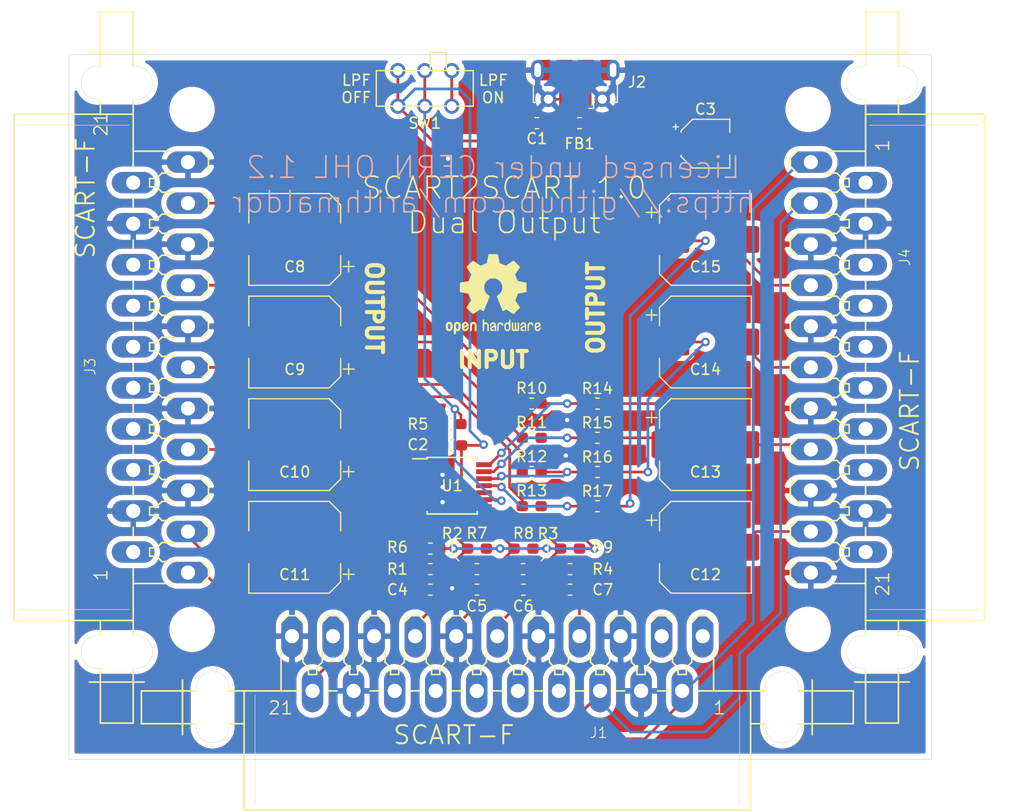
<source format=kicad_pcb>
(kicad_pcb (version 20171130) (host pcbnew "(5.1.0)-1")
  (layers (0 F.Cu signal) (31 B.Cu signal) (34 B.Paste user) (35 F.Paste user) (36 B.SilkS user) (37 F.SilkS user) (38 B.Mask user) (39 F.Mask user) (44 Edge.Cuts user))
  (net 0 "")
  (net 1 "Net-(1-Pad1)")
  (net 2 "Net-(1-Pad2)")
  (net 3 "Net-(1-Pad3)")
  (net 4 "Net-(1-Pad4)")
  (net 5 GND)
  (net 6 "Net-(1-Pad7)")
  (net 7 "Net-(1-Pad8)")
  (net 8 BYPASS)
  (net 9 5V)
  (net 10 "Net-(1-Pad11)")
  (net 11 "Net-(1-Pad12)")
  (net 12 "Net-(1-Pad13)")
  (net 13 "Net-(1-Pad14)")
  (net 14 SYNC_IN)
  (net 15 RED_IN)
  (net 16 GREEN_IN)
  (net 17 BLUE_IN)
  (net 18 "Net-(C8-Pad2)")
  (net 19 "Net-(C8-Pad1)")
  (net 20 "Net-(C9-Pad1)")
  (net 21 "Net-(C9-Pad2)")
  (net 22 "Net-(C10-Pad2)")
  (net 23 "Net-(C10-Pad1)")
  (net 24 "Net-(C11-Pad1)")
  (net 25 "Net-(C11-Pad2)")
  (net 26 "Net-(C12-Pad2)")
  (net 27 "Net-(C12-Pad1)")
  (net 28 "Net-(C13-Pad1)")
  (net 29 "Net-(C13-Pad2)")
  (net 30 "Net-(C14-Pad2)")
  (net 31 "Net-(C14-Pad1)")
  (net 32 "Net-(C15-Pad1)")
  (net 33 "Net-(C15-Pad2)")
  (net 34 "Net-(FB1-Pad2)")
  (net 35 "Net-(J1-Pad1)")
  (net 36 RIGHT)
  (net 37 "Net-(J1-Pad3)")
  (net 38 LEFT)
  (net 39 "Net-(J1-Pad8)")
  (net 40 "Net-(J1-Pad10)")
  (net 41 "Net-(J1-Pad12)")
  (net 42 "Net-(J1-Pad14)")
  (net 43 "Net-(J1-Pad16)")
  (net 44 "Net-(J1-Pad19)")
  (net 45 "Net-(J2-Pad2)")
  (net 46 "Net-(J2-Pad4)")
  (net 47 "Net-(J2-Pad3)")
  (net 48 "Net-(J3-Pad20)")
  (net 49 "Net-(J3-Pad16)")
  (net 50 "Net-(J3-Pad14)")
  (net 51 "Net-(J3-Pad12)")
  (net 52 "Net-(J3-Pad10)")
  (net 53 "Net-(J3-Pad8)")
  (net 54 "Net-(J3-Pad6)")
  (net 55 "Net-(J3-Pad2)")
  (net 56 "Net-(J4-Pad2)")
  (net 57 "Net-(J4-Pad6)")
  (net 58 "Net-(J4-Pad8)")
  (net 59 "Net-(J4-Pad10)")
  (net 60 "Net-(J4-Pad12)")
  (net 61 "Net-(J4-Pad14)")
  (net 62 "Net-(J4-Pad16)")
  (net 63 "Net-(J4-Pad20)")
  (net 64 "Net-(SW1-Pad1)")
  (module "SCART to DVI-A Compact:SCART-F" (layer F.Cu) (at 80.899 95.6945 270)
    (fp_text reference J3 (at 0.8255 3.429 270) (layer F.SilkS) (effects (font (size 0.9652 0.9652) (thickness 0.09652)) (justify left bottom)))
    (fp_text value SCART-F)
    (fp_text user SCART-F (at -9.9695 3.429 270) (layer F.SilkS) (effects (font (size 1.6891 1.6891) (thickness 0.1778)) (justify left bottom)))
    (fp_text user 21 (at -21.336 2.286 270) (layer F.SilkS) (effects (font (size 1.2065 1.2065) (thickness 0.127)) (justify left bottom)))
    (fp_text user 1 (at 19.939 2.286 270) (layer F.SilkS) (effects (font (size 1.2065 1.2065) (thickness 0.127)) (justify left bottom)))
    (fp_line (start -24.892 -0.254) (end -24.892 3.302) (layer Edge.Cuts) (width 0.0024))
    (fp_arc (start -26.416 -0.253999) (end -27.94 -0.254) (angle 180) (layer Edge.Cuts) (width 0.05))
    (fp_arc (start -26.416 3.302) (end -27.94 3.302) (angle -180) (layer Edge.Cuts) (width 0.05))
    (fp_line (start -27.94 3.302) (end -27.94 -0.254) (layer Edge.Cuts) (width 0.0024))
    (fp_line (start 27.94 -0.254) (end 27.94 3.302) (layer Edge.Cuts) (width 0.0024))
    (fp_arc (start 26.416 -0.253999) (end 24.892 -0.254) (angle 180) (layer Edge.Cuts) (width 0.05))
    (fp_arc (start 26.416 3.302) (end 24.892 3.302) (angle -180) (layer Edge.Cuts) (width 0.05))
    (fp_line (start 24.892 3.302) (end 24.892 -0.254) (layer Edge.Cuts) (width 0.0024))
    (pad "" np_thru_hole circle (at -26.416 3.302 270) (size 3.0226 3.0226) (drill 3.0226) (layers *.Cu *.Mask))
    (pad "" np_thru_hole circle (at -26.416 -0.254 270) (size 3.0226 3.0226) (drill 3.0226) (layers *.Cu *.Mask))
    (pad "" np_thru_hole circle (at 26.416 3.302 270) (size 3.0226 3.0226) (drill 3.0226) (layers *.Cu *.Mask))
    (pad "" np_thru_hole circle (at 26.416 -0.254 270) (size 3.0226 3.0226) (drill 3.0226) (layers *.Cu *.Mask))
    (pad 21 thru_hole oval (at -19.05 -5.08) (size 3.9624 1.9812) (drill 1.3208) (layers *.Cu *.Mask) (net 5 GND))
    (pad 20 thru_hole oval (at -17.145 0) (size 3.9624 1.9812) (drill 1.3208) (layers *.Cu *.Mask) (net 48 "Net-(J3-Pad20)"))
    (pad 19 thru_hole oval (at -15.24 -5.08) (size 3.9624 1.9812) (drill 1.3208) (layers *.Cu *.Mask) (net 18 "Net-(C8-Pad2)"))
    (pad 18 thru_hole oval (at -13.335 0) (size 3.9624 1.9812) (drill 1.3208) (layers *.Cu *.Mask) (net 5 GND))
    (pad 17 thru_hole oval (at -11.43 -5.08) (size 3.9624 1.9812) (drill 1.3208) (layers *.Cu *.Mask) (net 5 GND))
    (pad 16 thru_hole oval (at -9.525 0) (size 3.9624 1.9812) (drill 1.3208) (layers *.Cu *.Mask) (net 49 "Net-(J3-Pad16)"))
    (pad 15 thru_hole oval (at -7.62 -5.08) (size 3.9624 1.9812) (drill 1.3208) (layers *.Cu *.Mask) (net 21 "Net-(C9-Pad2)"))
    (pad 14 thru_hole oval (at -5.715 0) (size 3.9624 1.9812) (drill 1.3208) (layers *.Cu *.Mask) (net 50 "Net-(J3-Pad14)"))
    (pad 13 thru_hole oval (at -3.81 -5.08) (size 3.9624 1.9812) (drill 1.3208) (layers *.Cu *.Mask) (net 5 GND))
    (pad 12 thru_hole oval (at -1.905 0) (size 3.9624 1.9812) (drill 1.3208) (layers *.Cu *.Mask) (net 51 "Net-(J3-Pad12)"))
    (pad 11 thru_hole oval (at 0 -5.08) (size 3.9624 1.9812) (drill 1.3208) (layers *.Cu *.Mask) (net 22 "Net-(C10-Pad2)"))
    (pad 10 thru_hole oval (at 1.905 0) (size 3.9624 1.9812) (drill 1.3208) (layers *.Cu *.Mask) (net 52 "Net-(J3-Pad10)"))
    (pad 9 thru_hole oval (at 3.81 -5.08) (size 3.9624 1.9812) (drill 1.3208) (layers *.Cu *.Mask) (net 5 GND))
    (pad 8 thru_hole oval (at 5.715 0) (size 3.9624 1.9812) (drill 1.3208) (layers *.Cu *.Mask) (net 53 "Net-(J3-Pad8)"))
    (pad 7 thru_hole oval (at 7.62 -5.08) (size 3.9624 1.9812) (drill 1.3208) (layers *.Cu *.Mask) (net 25 "Net-(C11-Pad2)"))
    (pad 6 thru_hole oval (at 9.525 0) (size 3.9624 1.9812) (drill 1.3208) (layers *.Cu *.Mask) (net 54 "Net-(J3-Pad6)"))
    (pad 5 thru_hole oval (at 11.43 -5.08) (size 3.9624 1.9812) (drill 1.3208) (layers *.Cu *.Mask) (net 5 GND))
    (pad 4 thru_hole oval (at 13.335 0) (size 3.9624 1.9812) (drill 1.3208) (layers *.Cu *.Mask) (net 5 GND))
    (pad 3 thru_hole oval (at 15.24 -5.08) (size 3.9624 1.9812) (drill 1.3208) (layers *.Cu *.Mask) (net 38 LEFT))
    (pad 2 thru_hole oval (at 17.145 0) (size 3.9624 1.9812) (drill 1.3208) (layers *.Cu *.Mask) (net 55 "Net-(J3-Pad2)"))
    (pad 1 thru_hole oval (at 19.05 -5.08) (size 3.9624 1.9812) (drill 1.3208) (layers *.Cu *.Mask) (net 36 RIGHT))
  )
  (module Symbol:OSHW-Logo2_9.8x8mm_SilkScreen (layer F.Cu) (at 114.3 88.9)
    (fp_text reference REF** hide)
    (fp_text value OSHW-Logo2_9.8x8mm_SilkScreen hide)
  )
  (module MountingHole:MountingHole_3.2mm_M3 (layer F.Cu) (at 86.36 120.015)
    (fp_text reference REF** hide)
    (fp_text value MountingHole_3.2mm_M3)
    (pad 1 np_thru_hole circle (at 0 0) (size 3.2 3.2) (drill 3.2) (layers *.Cu *.Mask))
  )
  (module MountingHole:MountingHole_3.2mm_M3 (layer F.Cu) (at 143.51 120.015)
    (fp_text reference REF** hide)
    (fp_text value MountingHole_3.2mm_M3)
    (pad 1 np_thru_hole circle (at 0 0) (size 3.2 3.2) (drill 3.2) (layers *.Cu *.Mask))
  )
  (module MountingHole:MountingHole_3.2mm_M3 (layer F.Cu) (at 143.51 71.755)
    (fp_text reference REF** hide)
    (fp_text value MountingHole_3.2mm_M3)
    (pad 1 np_thru_hole circle (at 0 0) (size 3.2 3.2) (drill 3.2) (layers *.Cu *.Mask))
  )
  (module MountingHole:MountingHole_3.2mm_M3 (layer F.Cu) (at 86.36 71.755)
    (fp_text reference REF** hide)
    (fp_text value MountingHole_3.2mm_M3)
    (pad 1 np_thru_hole circle (at 0 0) (size 3.2 3.2) (drill 3.2) (layers *.Cu *.Mask))
  )
  (module Package_SO:TSSOP-14_4.4x5mm_P0.65mm (layer F.Cu) (at 110.49 106.68)
    (fp_text reference U1 (at 0 0) (layer F.SilkS))
    (fp_text value THS7374)
    (pad 1 smd rect (at -2.95 -1.95) (size 1.45 0.45) (layers F.Cu F.Paste F.Mask) (net 1 "Net-(1-Pad1)"))
    (pad 2 smd rect (at -2.95 -1.3) (size 1.45 0.45) (layers F.Cu F.Paste F.Mask) (net 2 "Net-(1-Pad2)"))
    (pad 3 smd rect (at -2.95 -0.65) (size 1.45 0.45) (layers F.Cu F.Paste F.Mask) (net 3 "Net-(1-Pad3)"))
    (pad 4 smd rect (at -2.95 0) (size 1.45 0.45) (layers F.Cu F.Paste F.Mask) (net 4 "Net-(1-Pad4)"))
    (pad 5 smd rect (at -2.95 0.65) (size 1.45 0.45) (layers F.Cu F.Paste F.Mask) (net 5 GND))
    (pad 6 smd rect (at -2.95 1.3) (size 1.45 0.45) (layers F.Cu F.Paste F.Mask) (net 5 GND))
    (pad 7 smd rect (at -2.95 1.95) (size 1.45 0.45) (layers F.Cu F.Paste F.Mask) (net 6 "Net-(1-Pad7)"))
    (pad 8 smd rect (at 2.95 1.95) (size 1.45 0.45) (layers F.Cu F.Paste F.Mask) (net 7 "Net-(1-Pad8)"))
    (pad 9 smd rect (at 2.95 1.3) (size 1.45 0.45) (layers F.Cu F.Paste F.Mask) (net 8 BYPASS))
    (pad 10 smd rect (at 2.95 0.65) (size 1.45 0.45) (layers F.Cu F.Paste F.Mask) (net 9 5V))
    (pad 11 smd rect (at 2.95 0) (size 1.45 0.45) (layers F.Cu F.Paste F.Mask) (net 10 "Net-(1-Pad11)"))
    (pad 12 smd rect (at 2.95 -0.65) (size 1.45 0.45) (layers F.Cu F.Paste F.Mask) (net 11 "Net-(1-Pad12)"))
    (pad 13 smd rect (at 2.95 -1.3) (size 1.45 0.45) (layers F.Cu F.Paste F.Mask) (net 12 "Net-(1-Pad13)"))
    (pad 14 smd rect (at 2.95 -1.95) (size 1.45 0.45) (layers F.Cu F.Paste F.Mask) (net 13 "Net-(1-Pad14)"))
  )
  (module Capacitor_SMD:C_0603_1608Metric_Pad1.05x0.95mm_HandSolder (layer F.Cu) (at 118.35 73.025 180)
    (fp_text reference C1 (at 0 -1.43 180) (layer F.SilkS))
    (fp_text value 10nF)
    (pad 2 smd roundrect (at 0.875 0 180) (size 1.05 0.95) (layers F.Cu F.Paste F.Mask) (net 5 GND))
    (pad 1 smd roundrect (at -0.875 0 180) (size 1.05 0.95) (layers F.Cu F.Paste F.Mask) (net 9 5V))
  )
  (module Capacitor_SMD:C_0603_1608Metric_Pad1.05x0.95mm_HandSolder (layer F.Cu) (at 110.476 102.9335 180)
    (fp_text reference C2 (at 3.161 0.0635 180) (layer F.SilkS))
    (fp_text value 100nF)
    (pad 1 smd roundrect (at -0.875 0 180) (size 1.05 0.95) (layers F.Cu F.Paste F.Mask) (net 9 5V))
    (pad 2 smd roundrect (at 0.875 0 180) (size 1.05 0.95) (layers F.Cu F.Paste F.Mask) (net 5 GND))
  )
  (module Capacitor_SMD:CP_Elec_4x5.4 (layer F.Cu) (at 133.985 74.93)
    (fp_text reference C3 (at 0 -3.2) (layer F.SilkS))
    (fp_text value 10uF)
    (pad 1 smd roundrect (at -1.8 0) (size 2.6 1.6) (layers F.Cu F.Paste F.Mask) (roundrect_rratio 0.15625) (net 9 5V))
    (pad 2 smd roundrect (at 1.8 0) (size 2.6 1.6) (layers F.Cu F.Paste F.Mask) (roundrect_rratio 0.15625) (net 5 GND))
  )
  (module Capacitor_SMD:C_0603_1608Metric_Pad1.05x0.95mm_HandSolder (layer F.Cu) (at 108.472 116.332)
    (fp_text reference C4 (at -3.062 0) (layer F.SilkS))
    (fp_text value 100nF)
    (pad 1 smd roundrect (at -0.875 0) (size 1.05 0.95) (layers F.Cu F.Paste F.Mask) (net 1 "Net-(1-Pad1)"))
    (pad 2 smd roundrect (at 0.875 0) (size 1.05 0.95) (layers F.Cu F.Paste F.Mask) (net 14 SYNC_IN))
  )
  (module Capacitor_SMD:C_0603_1608Metric_Pad1.05x0.95mm_HandSolder (layer F.Cu) (at 112.79 116.332)
    (fp_text reference C5 (at -0.014 1.524) (layer F.SilkS))
    (fp_text value 100nF)
    (pad 2 smd roundrect (at 0.875 0) (size 1.05 0.95) (layers F.Cu F.Paste F.Mask) (net 15 RED_IN))
    (pad 1 smd roundrect (at -0.875 0) (size 1.05 0.95) (layers F.Cu F.Paste F.Mask) (net 2 "Net-(1-Pad2)"))
  )
  (module Capacitor_SMD:C_0603_1608Metric_Pad1.05x0.95mm_HandSolder (layer F.Cu) (at 117.108 116.332)
    (fp_text reference C6 (at -0.014 1.524) (layer F.SilkS))
    (fp_text value 100nF)
    (pad 1 smd roundrect (at -0.875 0) (size 1.05 0.95) (layers F.Cu F.Paste F.Mask) (net 3 "Net-(1-Pad3)"))
    (pad 2 smd roundrect (at 0.875 0) (size 1.05 0.95) (layers F.Cu F.Paste F.Mask) (net 16 GREEN_IN))
  )
  (module Capacitor_SMD:C_0603_1608Metric_Pad1.05x0.95mm_HandSolder (layer F.Cu) (at 121.426 116.332)
    (fp_text reference C7 (at 3.034 0) (layer F.SilkS))
    (fp_text value 100nF)
    (pad 2 smd roundrect (at 0.875 0) (size 1.05 0.95) (layers F.Cu F.Paste F.Mask) (net 17 BLUE_IN))
    (pad 1 smd roundrect (at -0.875 0) (size 1.05 0.95) (layers F.Cu F.Paste F.Mask) (net 4 "Net-(1-Pad4)"))
  )
  (module Capacitor_SMD:CP_Elec_8x10 (layer F.Cu) (at 95.885 83.82 180)
    (fp_text reference C8 (at 0 -2.54 180) (layer F.SilkS))
    (fp_text value 220uF)
    (pad 2 smd roundrect (at 3.25 0 180) (size 3.5 2.5) (layers F.Cu F.Paste F.Mask) (roundrect_rratio 0.1) (net 18 "Net-(C8-Pad2)"))
    (pad 1 smd roundrect (at -3.25 0 180) (size 3.5 2.5) (layers F.Cu F.Paste F.Mask) (roundrect_rratio 0.1) (net 19 "Net-(C8-Pad1)"))
  )
  (module Capacitor_SMD:CP_Elec_8x10 (layer F.Cu) (at 95.885 93.345 180)
    (fp_text reference C9 (at 0 -2.54 180) (layer F.SilkS))
    (fp_text value 220uF)
    (pad 1 smd roundrect (at -3.25 0 180) (size 3.5 2.5) (layers F.Cu F.Paste F.Mask) (roundrect_rratio 0.1) (net 20 "Net-(C9-Pad1)"))
    (pad 2 smd roundrect (at 3.25 0 180) (size 3.5 2.5) (layers F.Cu F.Paste F.Mask) (roundrect_rratio 0.1) (net 21 "Net-(C9-Pad2)"))
  )
  (module Capacitor_SMD:CP_Elec_8x10 (layer F.Cu) (at 95.885 102.87 180)
    (fp_text reference C10 (at 0 -2.54 180) (layer F.SilkS))
    (fp_text value 220uF)
    (pad 2 smd roundrect (at 3.25 0 180) (size 3.5 2.5) (layers F.Cu F.Paste F.Mask) (roundrect_rratio 0.1) (net 22 "Net-(C10-Pad2)"))
    (pad 1 smd roundrect (at -3.25 0 180) (size 3.5 2.5) (layers F.Cu F.Paste F.Mask) (roundrect_rratio 0.1) (net 23 "Net-(C10-Pad1)"))
  )
  (module Capacitor_SMD:CP_Elec_8x10 (layer F.Cu) (at 95.885 112.395 180)
    (fp_text reference C11 (at 0 -2.54 180) (layer F.SilkS))
    (fp_text value 220uF)
    (pad 1 smd roundrect (at -3.25 0 180) (size 3.5 2.5) (layers F.Cu F.Paste F.Mask) (roundrect_rratio 0.1) (net 24 "Net-(C11-Pad1)"))
    (pad 2 smd roundrect (at 3.25 0 180) (size 3.5 2.5) (layers F.Cu F.Paste F.Mask) (roundrect_rratio 0.1) (net 25 "Net-(C11-Pad2)"))
  )
  (module Capacitor_SMD:CP_Elec_8x10 (layer F.Cu) (at 133.985 112.395)
    (fp_text reference C12 (at 0 2.54) (layer F.SilkS))
    (fp_text value 220uF)
    (pad 2 smd roundrect (at 3.25 0) (size 3.5 2.5) (layers F.Cu F.Paste F.Mask) (roundrect_rratio 0.1) (net 26 "Net-(C12-Pad2)"))
    (pad 1 smd roundrect (at -3.25 0) (size 3.5 2.5) (layers F.Cu F.Paste F.Mask) (roundrect_rratio 0.1) (net 27 "Net-(C12-Pad1)"))
  )
  (module Capacitor_SMD:CP_Elec_8x10 (layer F.Cu) (at 133.985 102.87)
    (fp_text reference C13 (at 0 2.54) (layer F.SilkS))
    (fp_text value 220uF)
    (pad 1 smd roundrect (at -3.25 0) (size 3.5 2.5) (layers F.Cu F.Paste F.Mask) (roundrect_rratio 0.1) (net 28 "Net-(C13-Pad1)"))
    (pad 2 smd roundrect (at 3.25 0) (size 3.5 2.5) (layers F.Cu F.Paste F.Mask) (roundrect_rratio 0.1) (net 29 "Net-(C13-Pad2)"))
  )
  (module Capacitor_SMD:CP_Elec_8x10 (layer F.Cu) (at 133.985 93.345)
    (fp_text reference C14 (at 0 2.54) (layer F.SilkS))
    (fp_text value 220uF)
    (pad 2 smd roundrect (at 3.25 0) (size 3.5 2.5) (layers F.Cu F.Paste F.Mask) (roundrect_rratio 0.1) (net 30 "Net-(C14-Pad2)"))
    (pad 1 smd roundrect (at -3.25 0) (size 3.5 2.5) (layers F.Cu F.Paste F.Mask) (roundrect_rratio 0.1) (net 31 "Net-(C14-Pad1)"))
  )
  (module Capacitor_SMD:CP_Elec_8x10 (layer F.Cu) (at 133.985 83.82)
    (fp_text reference C15 (at 0 2.54) (layer F.SilkS))
    (fp_text value 220uF)
    (pad 1 smd roundrect (at -3.25 0) (size 3.5 2.5) (layers F.Cu F.Paste F.Mask) (roundrect_rratio 0.1) (net 32 "Net-(C15-Pad1)"))
    (pad 2 smd roundrect (at 3.25 0) (size 3.5 2.5) (layers F.Cu F.Paste F.Mask) (roundrect_rratio 0.1) (net 33 "Net-(C15-Pad2)"))
  )
  (module Inductor_SMD:L_0603_1608Metric_Pad1.05x0.95mm_HandSolder (layer F.Cu) (at 122.315 73.025)
    (fp_text reference FB1 (at 0 1.905) (layer F.SilkS))
    (fp_text value 220)
    (pad 1 smd roundrect (at -0.875 0) (size 1.05 0.95) (layers F.Cu F.Paste F.Mask) (net 9 5V))
    (pad 2 smd roundrect (at 0.875 0) (size 1.05 0.95) (layers F.Cu F.Paste F.Mask) (net 34 "Net-(FB1-Pad2)"))
  )
  (module "SCART to DVI-A Compact:SCART-F" (layer F.Cu) (at 114.681 125.73)
    (fp_text reference J1 (at 8.509 4.445) (layer F.SilkS) (effects (font (size 0.9652 0.9652) (thickness 0.09652)) (justify left bottom)))
    (fp_text value SCART-F)
    (fp_line (start 24.892 3.302) (end 24.892 -0.254) (layer Edge.Cuts) (width 0.0024))
    (fp_arc (start 26.416 3.302) (end 24.892 3.302) (angle -180) (layer Edge.Cuts) (width 0.05))
    (fp_arc (start 26.416 -0.253999) (end 24.892 -0.254) (angle 180) (layer Edge.Cuts) (width 0.05))
    (fp_line (start 27.94 -0.254) (end 27.94 3.302) (layer Edge.Cuts) (width 0.0024))
    (fp_line (start -27.94 3.302) (end -27.94 -0.254) (layer Edge.Cuts) (width 0.0024))
    (fp_arc (start -26.416 3.302) (end -27.94 3.302) (angle -180) (layer Edge.Cuts) (width 0.05))
    (fp_arc (start -26.416 -0.253999) (end -27.94 -0.254) (angle 180) (layer Edge.Cuts) (width 0.05))
    (fp_line (start -24.892 -0.254) (end -24.892 3.302) (layer Edge.Cuts) (width 0.0024))
    (fp_text user 1 (at 19.939 2.286) (layer F.SilkS) (effects (font (size 1.2065 1.2065) (thickness 0.127)) (justify left bottom)))
    (fp_text user 21 (at -21.336 2.286) (layer F.SilkS) (effects (font (size 1.2065 1.2065) (thickness 0.127)) (justify left bottom)))
    (fp_text user SCART-F (at -9.779 5.08) (layer F.SilkS) (effects (font (size 1.6891 1.6891) (thickness 0.1778)) (justify left bottom)))
    (pad 1 thru_hole oval (at 19.05 -5.08 90) (size 3.9624 1.9812) (drill 1.3208) (layers *.Cu *.Mask) (net 35 "Net-(J1-Pad1)"))
    (pad 2 thru_hole oval (at 17.145 0 90) (size 3.9624 1.9812) (drill 1.3208) (layers *.Cu *.Mask) (net 36 RIGHT))
    (pad 3 thru_hole oval (at 15.24 -5.08 90) (size 3.9624 1.9812) (drill 1.3208) (layers *.Cu *.Mask) (net 37 "Net-(J1-Pad3)"))
    (pad 4 thru_hole oval (at 13.335 0 90) (size 3.9624 1.9812) (drill 1.3208) (layers *.Cu *.Mask) (net 5 GND))
    (pad 5 thru_hole oval (at 11.43 -5.08 90) (size 3.9624 1.9812) (drill 1.3208) (layers *.Cu *.Mask) (net 5 GND))
    (pad 6 thru_hole oval (at 9.525 0 90) (size 3.9624 1.9812) (drill 1.3208) (layers *.Cu *.Mask) (net 38 LEFT))
    (pad 7 thru_hole oval (at 7.62 -5.08 90) (size 3.9624 1.9812) (drill 1.3208) (layers *.Cu *.Mask) (net 17 BLUE_IN))
    (pad 8 thru_hole oval (at 5.715 0 90) (size 3.9624 1.9812) (drill 1.3208) (layers *.Cu *.Mask) (net 39 "Net-(J1-Pad8)"))
    (pad 9 thru_hole oval (at 3.81 -5.08 90) (size 3.9624 1.9812) (drill 1.3208) (layers *.Cu *.Mask) (net 5 GND))
    (pad 10 thru_hole oval (at 1.905 0 90) (size 3.9624 1.9812) (drill 1.3208) (layers *.Cu *.Mask) (net 40 "Net-(J1-Pad10)"))
    (pad 11 thru_hole oval (at 0 -5.08 90) (size 3.9624 1.9812) (drill 1.3208) (layers *.Cu *.Mask) (net 16 GREEN_IN))
    (pad 12 thru_hole oval (at -1.905 0 90) (size 3.9624 1.9812) (drill 1.3208) (layers *.Cu *.Mask) (net 41 "Net-(J1-Pad12)"))
    (pad 13 thru_hole oval (at -3.81 -5.08 90) (size 3.9624 1.9812) (drill 1.3208) (layers *.Cu *.Mask) (net 5 GND))
    (pad 14 thru_hole oval (at -5.715 0 90) (size 3.9624 1.9812) (drill 1.3208) (layers *.Cu *.Mask) (net 42 "Net-(J1-Pad14)"))
    (pad 15 thru_hole oval (at -7.62 -5.08 90) (size 3.9624 1.9812) (drill 1.3208) (layers *.Cu *.Mask) (net 15 RED_IN))
    (pad 16 thru_hole oval (at -9.525 0 90) (size 3.9624 1.9812) (drill 1.3208) (layers *.Cu *.Mask) (net 43 "Net-(J1-Pad16)"))
    (pad 17 thru_hole oval (at -11.43 -5.08 90) (size 3.9624 1.9812) (drill 1.3208) (layers *.Cu *.Mask) (net 5 GND))
    (pad 18 thru_hole oval (at -13.335 0 90) (size 3.9624 1.9812) (drill 1.3208) (layers *.Cu *.Mask) (net 5 GND))
    (pad 19 thru_hole oval (at -15.24 -5.08 90) (size 3.9624 1.9812) (drill 1.3208) (layers *.Cu *.Mask) (net 44 "Net-(J1-Pad19)"))
    (pad 20 thru_hole oval (at -17.145 0 90) (size 3.9624 1.9812) (drill 1.3208) (layers *.Cu *.Mask) (net 14 SYNC_IN))
    (pad 21 thru_hole oval (at -19.05 -5.08 90) (size 3.9624 1.9812) (drill 1.3208) (layers *.Cu *.Mask) (net 5 GND))
    (pad "" np_thru_hole circle (at 26.416 -0.254) (size 3.0226 3.0226) (drill 3.0226) (layers *.Cu *.Mask))
    (pad "" np_thru_hole circle (at 26.416 3.302) (size 3.0226 3.0226) (drill 3.0226) (layers *.Cu *.Mask))
    (pad "" np_thru_hole circle (at -26.416 -0.254) (size 3.0226 3.0226) (drill 3.0226) (layers *.Cu *.Mask))
    (pad "" np_thru_hole circle (at -26.416 3.302) (size 3.0226 3.0226) (drill 3.0226) (layers *.Cu *.Mask))
  )
  (module Connector_USB:USB_Micro-B_Molex-105017-0001 (layer F.Cu) (at 121.92 69.342 180)
    (fp_text reference J2 (at -5.715 0.127 180) (layer F.SilkS))
    (fp_text value USB_B_Micro)
    (pad 6 smd rect (at 1 1.2375 180) (size 1.5 1.9) (layers F.Cu F.Paste F.Mask) (net 5 GND))
    (pad 6 thru_hole circle (at -2.5 -1.4625 180) (size 1.45 1.45) (drill 0.85) (layers *.Cu *.Mask) (net 5 GND))
    (pad 2 smd rect (at -0.65 -1.4625 180) (size 0.4 1.35) (layers F.Cu F.Paste F.Mask) (net 45 "Net-(J2-Pad2)"))
    (pad 1 smd rect (at -1.3 -1.4625 180) (size 0.4 1.35) (layers F.Cu F.Paste F.Mask) (net 34 "Net-(FB1-Pad2)"))
    (pad 5 smd rect (at 1.3 -1.4625 180) (size 0.4 1.35) (layers F.Cu F.Paste F.Mask) (net 5 GND))
    (pad 4 smd rect (at 0.65 -1.4625 180) (size 0.4 1.35) (layers F.Cu F.Paste F.Mask) (net 46 "Net-(J2-Pad4)"))
    (pad 3 smd rect (at 0 -1.4625 180) (size 0.4 1.35) (layers F.Cu F.Paste F.Mask) (net 47 "Net-(J2-Pad3)"))
    (pad 6 thru_hole circle (at 2.5 -1.4625 180) (size 1.45 1.45) (drill 0.85) (layers *.Cu *.Mask) (net 5 GND))
    (pad 6 smd rect (at -1 1.2375 180) (size 1.5 1.9) (layers F.Cu F.Paste F.Mask) (net 5 GND))
    (pad 6 thru_hole oval (at -3.5 1.2375) (size 1.2 1.9) (drill oval 0.6 1.3) (layers *.Cu *.Mask) (net 5 GND))
    (pad 6 thru_hole oval (at 3.5 1.2375 180) (size 1.2 1.9) (drill oval 0.6 1.3) (layers *.Cu *.Mask) (net 5 GND))
    (pad 6 smd rect (at 2.9 1.2375 180) (size 1.2 1.9) (layers F.Cu F.Mask) (net 5 GND))
    (pad 6 smd rect (at -2.9 1.2375 180) (size 1.2 1.9) (layers F.Cu F.Mask) (net 5 GND))
  )
  (module "SCART to DVI-A Compact:SCART-F" (layer F.Cu) (at 148.844 95.6945 90)
    (fp_text reference J4 (at 9.3345 4.191 90) (layer F.SilkS) (effects (font (size 0.9652 0.9652) (thickness 0.09652)) (justify left bottom)))
    (fp_text value SCART-F)
    (fp_line (start 24.892 3.302) (end 24.892 -0.254) (layer Edge.Cuts) (width 0.0024))
    (fp_arc (start 26.416 3.302) (end 24.892 3.302) (angle -180) (layer Edge.Cuts) (width 0.05))
    (fp_arc (start 26.416 -0.253999) (end 24.892 -0.254) (angle 180) (layer Edge.Cuts) (width 0.05))
    (fp_line (start 27.94 -0.254) (end 27.94 3.302) (layer Edge.Cuts) (width 0.0024))
    (fp_line (start -27.94 3.302) (end -27.94 -0.254) (layer Edge.Cuts) (width 0.0024))
    (fp_arc (start -26.416 3.302) (end -27.94 3.302) (angle -180) (layer Edge.Cuts) (width 0.05))
    (fp_arc (start -26.416 -0.253999) (end -27.94 -0.254) (angle 180) (layer Edge.Cuts) (width 0.05))
    (fp_line (start -24.892 -0.254) (end -24.892 3.302) (layer Edge.Cuts) (width 0.0024))
    (fp_text user 1 (at 19.939 2.286 90) (layer F.SilkS) (effects (font (size 1.2065 1.2065) (thickness 0.127)) (justify left bottom)))
    (fp_text user 21 (at -21.336 2.286 90) (layer F.SilkS) (effects (font (size 1.2065 1.2065) (thickness 0.127)) (justify left bottom)))
    (fp_text user SCART-F (at -9.779 5.08 90) (layer F.SilkS) (effects (font (size 1.6891 1.6891) (thickness 0.1778)) (justify left bottom)))
    (pad 1 thru_hole oval (at 19.05 -5.08 180) (size 3.9624 1.9812) (drill 1.3208) (layers *.Cu *.Mask) (net 36 RIGHT))
    (pad 2 thru_hole oval (at 17.145 0 180) (size 3.9624 1.9812) (drill 1.3208) (layers *.Cu *.Mask) (net 56 "Net-(J4-Pad2)"))
    (pad 3 thru_hole oval (at 15.24 -5.08 180) (size 3.9624 1.9812) (drill 1.3208) (layers *.Cu *.Mask) (net 38 LEFT))
    (pad 4 thru_hole oval (at 13.335 0 180) (size 3.9624 1.9812) (drill 1.3208) (layers *.Cu *.Mask) (net 5 GND))
    (pad 5 thru_hole oval (at 11.43 -5.08 180) (size 3.9624 1.9812) (drill 1.3208) (layers *.Cu *.Mask) (net 5 GND))
    (pad 6 thru_hole oval (at 9.525 0 180) (size 3.9624 1.9812) (drill 1.3208) (layers *.Cu *.Mask) (net 57 "Net-(J4-Pad6)"))
    (pad 7 thru_hole oval (at 7.62 -5.08 180) (size 3.9624 1.9812) (drill 1.3208) (layers *.Cu *.Mask) (net 33 "Net-(C15-Pad2)"))
    (pad 8 thru_hole oval (at 5.715 0 180) (size 3.9624 1.9812) (drill 1.3208) (layers *.Cu *.Mask) (net 58 "Net-(J4-Pad8)"))
    (pad 9 thru_hole oval (at 3.81 -5.08 180) (size 3.9624 1.9812) (drill 1.3208) (layers *.Cu *.Mask) (net 5 GND))
    (pad 10 thru_hole oval (at 1.905 0 180) (size 3.9624 1.9812) (drill 1.3208) (layers *.Cu *.Mask) (net 59 "Net-(J4-Pad10)"))
    (pad 11 thru_hole oval (at 0 -5.08 180) (size 3.9624 1.9812) (drill 1.3208) (layers *.Cu *.Mask) (net 30 "Net-(C14-Pad2)"))
    (pad 12 thru_hole oval (at -1.905 0 180) (size 3.9624 1.9812) (drill 1.3208) (layers *.Cu *.Mask) (net 60 "Net-(J4-Pad12)"))
    (pad 13 thru_hole oval (at -3.81 -5.08 180) (size 3.9624 1.9812) (drill 1.3208) (layers *.Cu *.Mask) (net 5 GND))
    (pad 14 thru_hole oval (at -5.715 0 180) (size 3.9624 1.9812) (drill 1.3208) (layers *.Cu *.Mask) (net 61 "Net-(J4-Pad14)"))
    (pad 15 thru_hole oval (at -7.62 -5.08 180) (size 3.9624 1.9812) (drill 1.3208) (layers *.Cu *.Mask) (net 29 "Net-(C13-Pad2)"))
    (pad 16 thru_hole oval (at -9.525 0 180) (size 3.9624 1.9812) (drill 1.3208) (layers *.Cu *.Mask) (net 62 "Net-(J4-Pad16)"))
    (pad 17 thru_hole oval (at -11.43 -5.08 180) (size 3.9624 1.9812) (drill 1.3208) (layers *.Cu *.Mask) (net 5 GND))
    (pad 18 thru_hole oval (at -13.335 0 180) (size 3.9624 1.9812) (drill 1.3208) (layers *.Cu *.Mask) (net 5 GND))
    (pad 19 thru_hole oval (at -15.24 -5.08 180) (size 3.9624 1.9812) (drill 1.3208) (layers *.Cu *.Mask) (net 26 "Net-(C12-Pad2)"))
    (pad 20 thru_hole oval (at -17.145 0 180) (size 3.9624 1.9812) (drill 1.3208) (layers *.Cu *.Mask) (net 63 "Net-(J4-Pad20)"))
    (pad 21 thru_hole oval (at -19.05 -5.08 180) (size 3.9624 1.9812) (drill 1.3208) (layers *.Cu *.Mask) (net 5 GND))
    (pad "" np_thru_hole circle (at 26.416 -0.254 90) (size 3.0226 3.0226) (drill 3.0226) (layers *.Cu *.Mask))
    (pad "" np_thru_hole circle (at 26.416 3.302 90) (size 3.0226 3.0226) (drill 3.0226) (layers *.Cu *.Mask))
    (pad "" np_thru_hole circle (at -26.416 -0.254 90) (size 3.0226 3.0226) (drill 3.0226) (layers *.Cu *.Mask))
    (pad "" np_thru_hole circle (at -26.416 3.302 90) (size 3.0226 3.0226) (drill 3.0226) (layers *.Cu *.Mask))
  )
  (module Resistor_SMD:R_0603_1608Metric_Pad1.05x0.95mm_HandSolder (layer F.Cu) (at 108.472 114.427 180)
    (fp_text reference R1 (at 3.062 0 180) (layer F.SilkS))
    (fp_text value 75)
    (pad 1 smd roundrect (at -0.875 0 180) (size 1.05 0.95) (layers F.Cu F.Paste F.Mask) (net 5 GND))
    (pad 2 smd roundrect (at 0.875 0 180) (size 1.05 0.95) (layers F.Cu F.Paste F.Mask) (net 14 SYNC_IN))
  )
  (module Resistor_SMD:R_0603_1608Metric_Pad1.05x0.95mm_HandSolder (layer F.Cu) (at 112.79 114.427 180)
    (fp_text reference R2 (at 2.3 3.302 180) (layer F.SilkS))
    (fp_text value 75)
    (pad 2 smd roundrect (at 0.875 0 180) (size 1.05 0.95) (layers F.Cu F.Paste F.Mask) (net 15 RED_IN))
    (pad 1 smd roundrect (at -0.875 0 180) (size 1.05 0.95) (layers F.Cu F.Paste F.Mask) (net 5 GND))
  )
  (module Resistor_SMD:R_0603_1608Metric_Pad1.05x0.95mm_HandSolder (layer F.Cu) (at 117.08 114.427 180)
    (fp_text reference R3 (at -2.3 3.302 180) (layer F.SilkS))
    (fp_text value 75)
    (pad 1 smd roundrect (at -0.875 0 180) (size 1.05 0.95) (layers F.Cu F.Paste F.Mask) (net 5 GND))
    (pad 2 smd roundrect (at 0.875 0 180) (size 1.05 0.95) (layers F.Cu F.Paste F.Mask) (net 16 GREEN_IN))
  )
  (module Resistor_SMD:R_0603_1608Metric_Pad1.05x0.95mm_HandSolder (layer F.Cu) (at 121.426 114.427 180)
    (fp_text reference R4 (at -3.034 0 180) (layer F.SilkS))
    (fp_text value 75)
    (pad 2 smd roundrect (at 0.875 0 180) (size 1.05 0.95) (layers F.Cu F.Paste F.Mask) (net 17 BLUE_IN))
    (pad 1 smd roundrect (at -0.875 0 180) (size 1.05 0.95) (layers F.Cu F.Paste F.Mask) (net 5 GND))
  )
  (module Resistor_SMD:R_0603_1608Metric_Pad1.05x0.95mm_HandSolder (layer F.Cu) (at 110.4265 100.965)
    (fp_text reference R5 (at -3.1115 0) (layer F.SilkS))
    (fp_text value 100K)
    (pad 1 smd roundrect (at -0.875 0) (size 1.05 0.95) (layers F.Cu F.Paste F.Mask) (net 5 GND))
    (pad 2 smd roundrect (at 0.875 0) (size 1.05 0.95) (layers F.Cu F.Paste F.Mask) (net 8 BYPASS))
  )
  (module Resistor_SMD:R_0603_1608Metric_Pad1.05x0.95mm_HandSolder (layer F.Cu) (at 108.472 112.522)
    (fp_text reference R6 (at -3.062 -0.127) (layer F.SilkS))
    (fp_text value 5.6M)
    (pad 2 smd roundrect (at 0.875 0) (size 1.05 0.95) (layers F.Cu F.Paste F.Mask) (net 9 5V))
    (pad 1 smd roundrect (at -0.875 0) (size 1.05 0.95) (layers F.Cu F.Paste F.Mask) (net 1 "Net-(1-Pad1)"))
  )
  (module Resistor_SMD:R_0603_1608Metric_Pad1.05x0.95mm_HandSolder (layer F.Cu) (at 112.79 112.522)
    (fp_text reference R7 (at 0 -1.43) (layer F.SilkS))
    (fp_text value 5.6M)
    (pad 1 smd roundrect (at -0.875 0) (size 1.05 0.95) (layers F.Cu F.Paste F.Mask) (net 2 "Net-(1-Pad2)"))
    (pad 2 smd roundrect (at 0.875 0) (size 1.05 0.95) (layers F.Cu F.Paste F.Mask) (net 9 5V))
  )
  (module Resistor_SMD:R_0603_1608Metric_Pad1.05x0.95mm_HandSolder (layer F.Cu) (at 117.108 112.522)
    (fp_text reference R8 (at 0 -1.43) (layer F.SilkS))
    (fp_text value 5.6M)
    (pad 1 smd roundrect (at -0.875 0) (size 1.05 0.95) (layers F.Cu F.Paste F.Mask) (net 3 "Net-(1-Pad3)"))
    (pad 2 smd roundrect (at 0.875 0) (size 1.05 0.95) (layers F.Cu F.Paste F.Mask) (net 9 5V))
  )
  (module Resistor_SMD:R_0603_1608Metric_Pad1.05x0.95mm_HandSolder (layer F.Cu) (at 121.426 112.522)
    (fp_text reference R9 (at 3.034 -0.127) (layer F.SilkS))
    (fp_text value 5.6M)
    (pad 2 smd roundrect (at 0.875 0) (size 1.05 0.95) (layers F.Cu F.Paste F.Mask) (net 9 5V))
    (pad 1 smd roundrect (at -0.875 0) (size 1.05 0.95) (layers F.Cu F.Paste F.Mask) (net 4 "Net-(1-Pad4)"))
  )
  (module Resistor_SMD:R_0603_1608Metric_Pad1.05x0.95mm_HandSolder (layer F.Cu) (at 117.87 99.06)
    (fp_text reference R10 (at 0 -1.43) (layer F.SilkS))
    (fp_text value 75)
    (pad 2 smd roundrect (at 0.875 0) (size 1.05 0.95) (layers F.Cu F.Paste F.Mask) (net 13 "Net-(1-Pad14)"))
    (pad 1 smd roundrect (at -0.875 0) (size 1.05 0.95) (layers F.Cu F.Paste F.Mask) (net 19 "Net-(C8-Pad1)"))
  )
  (module Resistor_SMD:R_0603_1608Metric_Pad1.05x0.95mm_HandSolder (layer F.Cu) (at 117.87 102.235)
    (fp_text reference R11 (at 0 -1.43) (layer F.SilkS))
    (fp_text value 75)
    (pad 1 smd roundrect (at -0.875 0) (size 1.05 0.95) (layers F.Cu F.Paste F.Mask) (net 20 "Net-(C9-Pad1)"))
    (pad 2 smd roundrect (at 0.875 0) (size 1.05 0.95) (layers F.Cu F.Paste F.Mask) (net 12 "Net-(1-Pad13)"))
  )
  (module Resistor_SMD:R_0603_1608Metric_Pad1.05x0.95mm_HandSolder (layer F.Cu) (at 117.87 105.41)
    (fp_text reference R12 (at 0 -1.43) (layer F.SilkS))
    (fp_text value 75)
    (pad 2 smd roundrect (at 0.875 0) (size 1.05 0.95) (layers F.Cu F.Paste F.Mask) (net 11 "Net-(1-Pad12)"))
    (pad 1 smd roundrect (at -0.875 0) (size 1.05 0.95) (layers F.Cu F.Paste F.Mask) (net 23 "Net-(C10-Pad1)"))
  )
  (module Resistor_SMD:R_0603_1608Metric_Pad1.05x0.95mm_HandSolder (layer F.Cu) (at 117.87 108.585)
    (fp_text reference R13 (at 0 -1.43) (layer F.SilkS))
    (fp_text value 75)
    (pad 1 smd roundrect (at -0.875 0) (size 1.05 0.95) (layers F.Cu F.Paste F.Mask) (net 24 "Net-(C11-Pad1)"))
    (pad 2 smd roundrect (at 0.875 0) (size 1.05 0.95) (layers F.Cu F.Paste F.Mask) (net 10 "Net-(1-Pad11)"))
  )
  (module Resistor_SMD:R_0603_1608Metric_Pad1.05x0.95mm_HandSolder (layer F.Cu) (at 123.966 99.06 180)
    (fp_text reference R14 (at 0.014 1.397 180) (layer F.SilkS))
    (fp_text value 75)
    (pad 2 smd roundrect (at 0.875 0 180) (size 1.05 0.95) (layers F.Cu F.Paste F.Mask) (net 13 "Net-(1-Pad14)"))
    (pad 1 smd roundrect (at -0.875 0 180) (size 1.05 0.95) (layers F.Cu F.Paste F.Mask) (net 27 "Net-(C12-Pad1)"))
  )
  (module Resistor_SMD:R_0603_1608Metric_Pad1.05x0.95mm_HandSolder (layer F.Cu) (at 123.966 102.235 180)
    (fp_text reference R15 (at 0.014 1.397 180) (layer F.SilkS))
    (fp_text value 75)
    (pad 1 smd roundrect (at -0.875 0 180) (size 1.05 0.95) (layers F.Cu F.Paste F.Mask) (net 28 "Net-(C13-Pad1)"))
    (pad 2 smd roundrect (at 0.875 0 180) (size 1.05 0.95) (layers F.Cu F.Paste F.Mask) (net 12 "Net-(1-Pad13)"))
  )
  (module Resistor_SMD:R_0603_1608Metric_Pad1.05x0.95mm_HandSolder (layer F.Cu) (at 123.966 105.41 180)
    (fp_text reference R16 (at 0.014 1.397 180) (layer F.SilkS))
    (fp_text value 75)
    (pad 2 smd roundrect (at 0.875 0 180) (size 1.05 0.95) (layers F.Cu F.Paste F.Mask) (net 11 "Net-(1-Pad12)"))
    (pad 1 smd roundrect (at -0.875 0 180) (size 1.05 0.95) (layers F.Cu F.Paste F.Mask) (net 31 "Net-(C14-Pad1)"))
  )
  (module Resistor_SMD:R_0603_1608Metric_Pad1.05x0.95mm_HandSolder (layer F.Cu) (at 123.966 108.585 180)
    (fp_text reference R17 (at 0.014 1.397 180) (layer F.SilkS))
    (fp_text value 75)
    (pad 1 smd roundrect (at -0.875 0 180) (size 1.05 0.95) (layers F.Cu F.Paste F.Mask) (net 32 "Net-(C15-Pad1)"))
    (pad 2 smd roundrect (at 0.875 0 180) (size 1.05 0.95) (layers F.Cu F.Paste F.Mask) (net 10 "Net-(1-Pad11)"))
  )
  (module "SCART to DVI-A Compact:JS202011" (layer F.Cu) (at 107.95 69.85 180)
    (fp_text reference SW1 hide)
    (fp_text value SW_DPDT_x2 hide)
    (pad 1 thru_hole circle (at -2.5 1.7 180) (size 1.408 1.408) (drill 0.9) (layers *.Cu *.Mask) (net 64 "Net-(SW1-Pad1)"))
    (pad 2 thru_hole circle (at 0 1.7 180) (size 1.408 1.408) (drill 0.9) (layers *.Cu *.Mask) (net 8 BYPASS))
    (pad 3 thru_hole circle (at 2.5 1.7 180) (size 1.408 1.408) (drill 0.9) (layers *.Cu *.Mask) (net 9 5V))
    (pad 6 thru_hole circle (at 2.5 -1.6 180) (size 1.408 1.408) (drill 0.9) (layers *.Cu *.Mask) (net 9 5V))
    (pad 5 thru_hole circle (at 0 -1.6 180) (size 1.408 1.408) (drill 0.9) (layers *.Cu *.Mask) (net 8 BYPASS))
    (pad 4 thru_hole circle (at -2.5 -1.6 180) (size 1.408 1.408) (drill 0.9) (layers *.Cu *.Mask) (net 64 "Net-(SW1-Pad1)"))
  )
  (gr_text "Licensed under CERN OHL 1.2\nhttps://github.com/arithmaldor" (at 114.3 78.74) (layer B.SilkS) (effects (font (size 2 2)) (justify mirror)))
  (gr_text OUTPUT (at 103.251 90.17 270) (layer F.SilkS) (effects (font (size 1.5 1.5) (thickness 0.375))))
  (gr_text OUTPUT (at 123.825 90.17 90) (layer F.SilkS) (effects (font (size 1.5 1.5) (thickness 0.375))))
  (gr_text INPUT (at 114.3 94.996) (layer F.SilkS) (effects (font (size 1.5 1.5) (thickness 0.375))))
  (gr_text "SCART2SCART 1.0\nDual Output" (at 115.316 80.645) (layer F.SilkS) (effects (font (size 2 2))))
  (gr_text "LPF\nON" (at 114.3 69.85) (layer F.SilkS) (effects (font (size 1 1))))
  (gr_text "LPF\nOFF" (at 101.6 69.85) (layer F.SilkS) (effects (font (size 1 1))))
  (gr_text SW1 (at 107.95 73.025) (layer F.SilkS) (effects (font (size 1 1))))
  (gr_line (start 110.49 113.03) (end 111.125 113.665) (layer F.SilkS) (width 0.12))
  (gr_line (start 110.49 111.76) (end 110.49 113.03) (layer F.SilkS) (width 0.12))
  (gr_line (start 119.38 113.03) (end 118.745 113.665) (layer F.SilkS) (width 0.12))
  (gr_line (start 119.38 111.76) (end 119.38 113.03) (layer F.SilkS) (width 0.12))
  (gr_line (start 154.94 66.675) (end 74.93 66.675) (layer Edge.Cuts) (width 0.05))
  (gr_line (start 154.94 132.08) (end 154.94 66.675) (layer Edge.Cuts) (width 0.05))
  (gr_line (start 74.93 132.08) (end 154.94 132.08) (layer Edge.Cuts) (width 0.05))
  (gr_line (start 74.93 66.675) (end 74.93 132.08) (layer Edge.Cuts) (width 0.05))
  (via (at 121.031 103.886) (size 0.8) (drill 0.4) (layers F.Cu B.Cu) (net 5))
  (via (at 121.158 100.584) (size 0.8) (drill 0.4) (layers F.Cu B.Cu) (net 5))
  (via (at 110.109 76.327) (size 0.8) (drill 0.4) (layers F.Cu B.Cu) (net 5))
  (segment (start 107.097928 113.021072) (end 107.597 112.522) (width 0.25) (layer F.Cu) (net 1))
  (segment (start 106.553 113.566) (end 107.097928 113.021072) (width 0.25) (layer F.Cu) (net 1))
  (segment (start 107.597 116.332) (end 106.553 115.288) (width 0.25) (layer F.Cu) (net 1))
  (segment (start 106.553 115.288) (end 106.553 113.566) (width 0.25) (layer F.Cu) (net 1))
  (segment (start 104.185 104.73) (end 107.54 104.73) (width 0.25) (layer F.Cu) (net 1))
  (segment (start 103.505 105.41) (end 104.185 104.73) (width 0.25) (layer F.Cu) (net 1))
  (segment (start 103.505 109.855) (end 103.505 105.41) (width 0.25) (layer F.Cu) (net 1))
  (segment (start 107.597 112.522) (end 106.172 112.522) (width 0.25) (layer F.Cu) (net 1))
  (segment (start 106.172 112.522) (end 103.505 109.855) (width 0.25) (layer F.Cu) (net 1))
  (segment (start 111.415928 113.021072) (end 111.915 112.522) (width 0.25) (layer F.Cu) (net 2))
  (segment (start 110.871 113.566) (end 111.415928 113.021072) (width 0.25) (layer F.Cu) (net 2))
  (segment (start 111.915 116.332) (end 110.871 115.288) (width 0.25) (layer F.Cu) (net 2))
  (segment (start 110.871 115.288) (end 110.871 113.566) (width 0.25) (layer F.Cu) (net 2))
  (segment (start 107.345 105.38) (end 107.54 105.38) (width 0.25) (layer F.Cu) (net 2))
  (segment (start 107.245001 105.479999) (end 107.345 105.38) (width 0.25) (layer F.Cu) (net 2))
  (segment (start 106.554999 105.479999) (end 107.245001 105.479999) (width 0.25) (layer F.Cu) (net 2))
  (segment (start 106.489999 105.544999) (end 106.554999 105.479999) (width 0.25) (layer F.Cu) (net 2))
  (segment (start 110.518 111.125) (end 106.045 111.125) (width 0.25) (layer F.Cu) (net 2))
  (segment (start 111.915 112.522) (end 110.518 111.125) (width 0.25) (layer F.Cu) (net 2))
  (segment (start 106.045 111.125) (end 104.14 109.22) (width 0.25) (layer F.Cu) (net 2))
  (segment (start 104.14 109.22) (end 104.14 106.68) (width 0.25) (layer F.Cu) (net 2))
  (segment (start 104.14 106.68) (end 105.275001 105.544999) (width 0.25) (layer F.Cu) (net 2))
  (segment (start 105.275001 105.544999) (end 106.489999 105.544999) (width 0.25) (layer F.Cu) (net 2))
  (segment (start 115.733928 113.021072) (end 116.233 112.522) (width 0.25) (layer F.Cu) (net 3))
  (segment (start 115.189 113.566) (end 115.733928 113.021072) (width 0.25) (layer F.Cu) (net 3))
  (segment (start 116.233 116.332) (end 115.189 115.288) (width 0.25) (layer F.Cu) (net 3))
  (segment (start 115.189 115.288) (end 115.189 113.566) (width 0.25) (layer F.Cu) (net 3))
  (segment (start 106.565 106.03) (end 107.54 106.03) (width 0.25) (layer F.Cu) (net 3))
  (segment (start 105.156 107.439) (end 106.565 106.03) (width 0.25) (layer F.Cu) (net 3))
  (segment (start 105.156 108.967411) (end 105.156 107.439) (width 0.25) (layer F.Cu) (net 3))
  (segment (start 106.86358 110.674991) (end 105.156 108.967411) (width 0.25) (layer F.Cu) (net 3))
  (segment (start 116.233 112.522) (end 114.385991 110.674991) (width 0.25) (layer F.Cu) (net 3))
  (segment (start 114.385991 110.674991) (end 106.86358 110.674991) (width 0.25) (layer F.Cu) (net 3))
  (segment (start 120.051928 113.021072) (end 120.551 112.522) (width 0.25) (layer F.Cu) (net 4))
  (segment (start 119.507 113.566) (end 120.051928 113.021072) (width 0.25) (layer F.Cu) (net 4))
  (segment (start 120.551 116.332) (end 119.507 115.288) (width 0.25) (layer F.Cu) (net 4))
  (segment (start 119.507 115.288) (end 119.507 113.566) (width 0.25) (layer F.Cu) (net 4))
  (segment (start 106.565 106.68) (end 107.54 106.68) (width 0.25) (layer F.Cu) (net 4))
  (segment (start 106.045 107.2) (end 106.565 106.68) (width 0.25) (layer F.Cu) (net 4))
  (segment (start 106.045 108.839) (end 106.045 107.2) (width 0.25) (layer F.Cu) (net 4))
  (segment (start 107.43098 110.22498) (end 106.045 108.839) (width 0.25) (layer F.Cu) (net 4))
  (segment (start 120.551 112.522) (end 118.25398 110.22498) (width 0.25) (layer F.Cu) (net 4))
  (segment (start 118.25398 110.22498) (end 107.43098 110.22498) (width 0.25) (layer F.Cu) (net 4))
  (segment (start 107.54 107.98) (end 107.54 107.33) (width 0.25) (layer F.Cu) (net 5))
  (segment (start 109.601 103.5085) (end 109.601 102.9335) (width 0.25) (layer F.Cu) (net 5))
  (segment (start 108.515 107.33) (end 109.601 106.244) (width 0.25) (layer F.Cu) (net 5))
  (segment (start 107.54 107.33) (end 108.515 107.33) (width 0.25) (layer F.Cu) (net 5))
  (via (at 110.49 116.205) (size 0.8) (drill 0.4) (layers F.Cu B.Cu) (net 5))
  (segment (start 109.347 114.427) (end 110.49 115.57) (width 0.25) (layer F.Cu) (net 5))
  (segment (start 110.49 115.57) (end 110.49 116.205) (width 0.25) (layer F.Cu) (net 5))
  (segment (start 110.871 119.6594) (end 110.871 120.65) (width 0.25) (layer F.Cu) (net 5))
  (segment (start 112.1116 118.4188) (end 110.871 119.6594) (width 0.25) (layer F.Cu) (net 5))
  (segment (start 113.1022 118.4188) (end 112.1116 118.4188) (width 0.25) (layer F.Cu) (net 5))
  (segment (start 114.935 116.586) (end 113.1022 118.4188) (width 0.25) (layer F.Cu) (net 5))
  (segment (start 114.935 115.697) (end 114.935 116.586) (width 0.25) (layer F.Cu) (net 5))
  (segment (start 113.665 114.427) (end 114.935 115.697) (width 0.25) (layer F.Cu) (net 5))
  (segment (start 118.491 118.4188) (end 118.491 120.65) (width 0.25) (layer F.Cu) (net 5))
  (segment (start 119.38 117.5298) (end 118.491 118.4188) (width 0.25) (layer F.Cu) (net 5))
  (segment (start 119.38 115.852) (end 119.38 117.5298) (width 0.25) (layer F.Cu) (net 5))
  (segment (start 117.955 114.427) (end 119.38 115.852) (width 0.25) (layer F.Cu) (net 5))
  (via (at 109.601 105.664) (size 0.8) (drill 0.4) (layers F.Cu B.Cu) (net 5))
  (segment (start 109.601 105.664) (end 109.601 103.5085) (width 0.25) (layer F.Cu) (net 5))
  (segment (start 109.601 106.244) (end 109.601 105.664) (width 0.25) (layer F.Cu) (net 5))
  (via (at 109.601 106.807) (size 0.8) (drill 0.4) (layers F.Cu B.Cu) (net 5))
  (segment (start 109.601 105.664) (end 109.601 106.807) (width 0.25) (layer F.Cu) (net 5))
  (via (at 109.601 108.204) (size 0.8) (drill 0.4) (layers F.Cu B.Cu) (net 5))
  (segment (start 109.601 106.807) (end 109.601 108.204) (width 0.25) (layer F.Cu) (net 5))
  (segment (start 119.42 70.8045) (end 120.62 70.8045) (width 0.25) (layer F.Cu) (net 5))
  (segment (start 120.62 68.4045) (end 120.92 68.1045) (width 0.25) (layer F.Cu) (net 5))
  (segment (start 120.62 70.8045) (end 120.62 68.4045) (width 0.25) (layer F.Cu) (net 5))
  (segment (start 120.62 70.8045) (end 120.62 72.36) (width 0.25) (layer F.Cu) (net 5))
  (segment (start 117.974072 72.525928) (end 117.475 73.025) (width 0.25) (layer F.Cu) (net 5))
  (segment (start 118.27501 72.22499) (end 117.974072 72.525928) (width 0.25) (layer F.Cu) (net 5))
  (segment (start 120.48499 72.22499) (end 118.27501 72.22499) (width 0.25) (layer F.Cu) (net 5))
  (segment (start 120.62 72.36) (end 120.48499 72.22499) (width 0.25) (layer F.Cu) (net 5))
  (segment (start 107.95 68.15) (end 107.95 71.45) (width 0.25) (layer F.Cu) (net 8))
  (via (at 110.744 99.568) (size 0.8) (drill 0.4) (layers F.Cu B.Cu) (net 8))
  (segment (start 111.3015 100.965) (end 111.3015 100.1255) (width 0.25) (layer F.Cu) (net 8))
  (segment (start 111.3015 100.1255) (end 110.744 99.568) (width 0.25) (layer F.Cu) (net 8))
  (segment (start 107.95 96.774) (end 107.95 71.45) (width 0.25) (layer B.Cu) (net 8))
  (segment (start 110.744 99.568) (end 107.95 96.774) (width 0.25) (layer B.Cu) (net 8))
  (via (at 115.062 108.077) (size 0.8) (drill 0.4) (layers F.Cu B.Cu) (net 8))
  (segment (start 113.44 107.98) (end 114.965 107.98) (width 0.25) (layer F.Cu) (net 8))
  (segment (start 114.965 107.98) (end 115.062 108.077) (width 0.25) (layer F.Cu) (net 8))
  (segment (start 110.744 100.133685) (end 110.744 99.568) (width 0.25) (layer B.Cu) (net 8))
  (segment (start 110.744 104.324685) (end 110.744 100.133685) (width 0.25) (layer B.Cu) (net 8))
  (segment (start 114.496315 108.077) (end 110.744 104.324685) (width 0.25) (layer B.Cu) (net 8))
  (segment (start 115.062 108.077) (end 114.496315 108.077) (width 0.25) (layer B.Cu) (net 8))
  (segment (start 105.45 68.15) (end 105.45 71.45) (width 0.25) (layer F.Cu) (net 9))
  (segment (start 121.44 73.025) (end 119.225 73.025) (width 0.25) (layer F.Cu) (net 9))
  (segment (start 130.785 74.93) (end 132.185 74.93) (width 0.25) (layer F.Cu) (net 9))
  (segment (start 122.77 74.93) (end 130.785 74.93) (width 0.25) (layer F.Cu) (net 9))
  (segment (start 121.44 73.6) (end 122.77 74.93) (width 0.25) (layer F.Cu) (net 9))
  (segment (start 121.44 73.025) (end 121.44 73.6) (width 0.25) (layer F.Cu) (net 9))
  (via (at 113.411 102.87) (size 0.8) (drill 0.4) (layers F.Cu B.Cu) (net 9))
  (segment (start 111.351 102.9335) (end 113.3475 102.9335) (width 0.25) (layer F.Cu) (net 9))
  (segment (start 113.3475 102.9335) (end 113.411 102.87) (width 0.25) (layer F.Cu) (net 9))
  (segment (start 106.153999 70.746001) (end 105.45 71.45) (width 0.25) (layer B.Cu) (net 9))
  (segment (start 107.05 69.85) (end 106.153999 70.746001) (width 0.25) (layer B.Cu) (net 9))
  (segment (start 111.125 69.85) (end 107.05 69.85) (width 0.25) (layer B.Cu) (net 9))
  (segment (start 112.141 70.866) (end 111.125 69.85) (width 0.25) (layer B.Cu) (net 9))
  (segment (start 113.411 102.87) (end 112.141 101.6) (width 0.25) (layer B.Cu) (net 9))
  (segment (start 112.141 101.6) (end 112.141 70.866) (width 0.25) (layer B.Cu) (net 9))
  (segment (start 118.725928 73.524072) (end 119.225 73.025) (width 0.25) (layer F.Cu) (net 9))
  (segment (start 117.574 74.676) (end 118.725928 73.524072) (width 0.25) (layer F.Cu) (net 9))
  (segment (start 105.45 71.45) (end 108.676 74.676) (width 0.25) (layer F.Cu) (net 9))
  (segment (start 108.676 74.676) (end 117.574 74.676) (width 0.25) (layer F.Cu) (net 9))
  (via (at 110.617 112.522) (size 0.8) (drill 0.4) (layers F.Cu B.Cu) (net 9))
  (segment (start 109.347 112.522) (end 110.617 112.522) (width 0.25) (layer F.Cu) (net 9))
  (via (at 114.935 112.522) (size 0.8) (drill 0.4) (layers F.Cu B.Cu) (net 9))
  (segment (start 110.617 112.522) (end 114.935 112.522) (width 0.25) (layer B.Cu) (net 9))
  (segment (start 114.935 112.522) (end 113.665 112.522) (width 0.25) (layer F.Cu) (net 9))
  (via (at 119.253 112.522) (size 0.8) (drill 0.4) (layers F.Cu B.Cu) (net 9))
  (segment (start 114.935 112.522) (end 119.253 112.522) (width 0.25) (layer B.Cu) (net 9))
  (segment (start 119.253 112.522) (end 117.983 112.522) (width 0.25) (layer F.Cu) (net 9))
  (via (at 123.698 112.522) (size 0.8) (drill 0.4) (layers F.Cu B.Cu) (net 9))
  (segment (start 119.253 112.522) (end 123.698 112.522) (width 0.25) (layer B.Cu) (net 9))
  (segment (start 123.698 112.522) (end 122.301 112.522) (width 0.25) (layer F.Cu) (net 9))
  (segment (start 112.465 107.33) (end 113.44 107.33) (width 0.25) (layer F.Cu) (net 9))
  (segment (start 112.126 107.33) (end 112.465 107.33) (width 0.25) (layer F.Cu) (net 9))
  (segment (start 111.379 108.077) (end 112.126 107.33) (width 0.25) (layer F.Cu) (net 9))
  (segment (start 111.379 108.966) (end 111.379 108.077) (width 0.25) (layer F.Cu) (net 9))
  (segment (start 112.18797 109.77497) (end 111.379 108.966) (width 0.25) (layer F.Cu) (net 9))
  (segment (start 123.698 112.522) (end 120.95097 109.77497) (width 0.25) (layer F.Cu) (net 9))
  (segment (start 120.95097 109.77497) (end 112.18797 109.77497) (width 0.25) (layer F.Cu) (net 9))
  (segment (start 111.351 103.5085) (end 111.351 102.9335) (width 0.25) (layer F.Cu) (net 9))
  (segment (start 111.351 106.398) (end 111.351 103.5085) (width 0.25) (layer F.Cu) (net 9))
  (segment (start 112.465 107.33) (end 112.283 107.33) (width 0.25) (layer F.Cu) (net 9))
  (segment (start 112.283 107.33) (end 111.351 106.398) (width 0.25) (layer F.Cu) (net 9))
  (via (at 115.062 106.807) (size 0.8) (drill 0.4) (layers F.Cu B.Cu) (net 10))
  (segment (start 113.44 106.68) (end 114.935 106.68) (width 0.25) (layer F.Cu) (net 10))
  (segment (start 114.935 106.68) (end 115.062 106.807) (width 0.25) (layer F.Cu) (net 10))
  (via (at 121.158 108.585) (size 0.8) (drill 0.4) (layers F.Cu B.Cu) (net 10))
  (segment (start 115.062 106.807) (end 116.84 108.585) (width 0.25) (layer B.Cu) (net 10))
  (segment (start 116.84 108.585) (end 121.158 108.585) (width 0.25) (layer B.Cu) (net 10))
  (segment (start 121.158 108.585) (end 123.091 108.585) (width 0.25) (layer F.Cu) (net 10))
  (segment (start 121.158 108.585) (end 118.745 108.585) (width 0.25) (layer F.Cu) (net 10))
  (via (at 115.062 105.791) (size 0.8) (drill 0.4) (layers F.Cu B.Cu) (net 11))
  (segment (start 113.44 106.03) (end 114.823 106.03) (width 0.25) (layer F.Cu) (net 11))
  (segment (start 114.823 106.03) (end 115.062 105.791) (width 0.25) (layer F.Cu) (net 11))
  (via (at 121.158 105.41) (size 0.8) (drill 0.4) (layers F.Cu B.Cu) (net 11))
  (segment (start 115.062 105.791) (end 120.777 105.791) (width 0.25) (layer B.Cu) (net 11))
  (segment (start 120.777 105.791) (end 121.158 105.41) (width 0.25) (layer B.Cu) (net 11))
  (segment (start 121.158 105.41) (end 123.091 105.41) (width 0.25) (layer F.Cu) (net 11))
  (segment (start 121.158 105.41) (end 118.745 105.41) (width 0.25) (layer F.Cu) (net 11))
  (via (at 115.066653 104.652653) (size 0.8) (drill 0.4) (layers F.Cu B.Cu) (net 12))
  (segment (start 113.44 105.38) (end 114.339306 105.38) (width 0.25) (layer F.Cu) (net 12))
  (segment (start 114.339306 105.38) (end 115.066653 104.652653) (width 0.25) (layer F.Cu) (net 12))
  (segment (start 115.066653 104.652653) (end 117.484306 102.235) (width 0.25) (layer B.Cu) (net 12))
  (via (at 121.158 102.235) (size 0.8) (drill 0.4) (layers F.Cu B.Cu) (net 12))
  (segment (start 117.484306 102.235) (end 121.158 102.235) (width 0.25) (layer B.Cu) (net 12))
  (segment (start 121.158 102.235) (end 123.091 102.235) (width 0.25) (layer F.Cu) (net 12))
  (segment (start 121.158 102.235) (end 118.745 102.235) (width 0.25) (layer F.Cu) (net 12))
  (via (at 115.057347 103.636653) (size 0.8) (drill 0.4) (layers F.Cu B.Cu) (net 13))
  (segment (start 113.44 104.73) (end 113.964 104.73) (width 0.25) (layer F.Cu) (net 13))
  (segment (start 113.964 104.73) (end 115.057347 103.636653) (width 0.25) (layer F.Cu) (net 13))
  (via (at 121.158 99.06) (size 0.8) (drill 0.4) (layers F.Cu B.Cu) (net 13))
  (segment (start 115.057347 103.636653) (end 119.634 99.06) (width 0.25) (layer B.Cu) (net 13))
  (segment (start 119.634 99.06) (end 121.158 99.06) (width 0.25) (layer B.Cu) (net 13))
  (segment (start 121.158 99.06) (end 123.091 99.06) (width 0.25) (layer F.Cu) (net 13))
  (segment (start 118.745 99.06) (end 121.158 99.06) (width 0.25) (layer F.Cu) (net 13))
  (segment (start 108.847928 116.831072) (end 109.347 116.332) (width 0.25) (layer F.Cu) (net 14))
  (segment (start 106.68 117.729) (end 107.95 117.729) (width 0.25) (layer F.Cu) (net 14))
  (segment (start 97.536 124.7394) (end 99.0854 123.19) (width 0.25) (layer F.Cu) (net 14))
  (segment (start 97.536 125.73) (end 97.536 124.7394) (width 0.25) (layer F.Cu) (net 14))
  (segment (start 99.0854 123.19) (end 104.14 123.19) (width 0.25) (layer F.Cu) (net 14))
  (segment (start 107.95 117.729) (end 108.847928 116.831072) (width 0.25) (layer F.Cu) (net 14))
  (segment (start 104.14 123.19) (end 105.283 122.047) (width 0.25) (layer F.Cu) (net 14))
  (segment (start 105.283 122.047) (end 105.283 119.126) (width 0.25) (layer F.Cu) (net 14))
  (segment (start 105.283 119.126) (end 106.68 117.729) (width 0.25) (layer F.Cu) (net 14))
  (segment (start 107.597 114.582) (end 107.597 114.427) (width 0.25) (layer F.Cu) (net 14))
  (segment (start 109.347 116.332) (end 107.597 114.582) (width 0.25) (layer F.Cu) (net 14))
  (segment (start 113.165928 116.831072) (end 113.665 116.332) (width 0.25) (layer F.Cu) (net 15))
  (segment (start 112.268 117.729) (end 113.165928 116.831072) (width 0.25) (layer F.Cu) (net 15))
  (segment (start 108.9914 117.729) (end 112.268 117.729) (width 0.25) (layer F.Cu) (net 15))
  (segment (start 107.061 120.65) (end 107.061 119.6594) (width 0.25) (layer F.Cu) (net 15))
  (segment (start 107.061 119.6594) (end 108.9914 117.729) (width 0.25) (layer F.Cu) (net 15))
  (segment (start 111.915 114.582) (end 111.915 114.427) (width 0.25) (layer F.Cu) (net 15))
  (segment (start 113.665 116.332) (end 111.915 114.582) (width 0.25) (layer F.Cu) (net 15))
  (segment (start 117.983 116.3574) (end 117.983 116.332) (width 0.25) (layer F.Cu) (net 16))
  (segment (start 114.681 119.6594) (end 117.983 116.3574) (width 0.25) (layer F.Cu) (net 16))
  (segment (start 114.681 120.65) (end 114.681 119.6594) (width 0.25) (layer F.Cu) (net 16))
  (segment (start 116.205 114.554) (end 116.205 114.427) (width 0.25) (layer F.Cu) (net 16))
  (segment (start 117.983 116.332) (end 116.205 114.554) (width 0.25) (layer F.Cu) (net 16))
  (segment (start 122.301 118.4188) (end 122.301 116.332) (width 0.25) (layer F.Cu) (net 17))
  (segment (start 122.301 120.65) (end 122.301 118.4188) (width 0.25) (layer F.Cu) (net 17))
  (segment (start 120.551 114.582) (end 120.551 114.427) (width 0.25) (layer F.Cu) (net 17))
  (segment (start 122.301 116.332) (end 120.551 114.582) (width 0.25) (layer F.Cu) (net 17))
  (segment (start 89.2695 80.4545) (end 85.979 80.4545) (width 0.25) (layer F.Cu) (net 18))
  (segment (start 92.635 83.82) (end 89.2695 80.4545) (width 0.25) (layer F.Cu) (net 18))
  (segment (start 116.995 99.06) (end 101.755 83.82) (width 0.25) (layer F.Cu) (net 19))
  (segment (start 101.755 83.82) (end 99.135 83.82) (width 0.25) (layer F.Cu) (net 19))
  (segment (start 116.14499 101.38499) (end 116.14499 100.90499) (width 0.25) (layer F.Cu) (net 20))
  (segment (start 116.995 102.235) (end 116.14499 101.38499) (width 0.25) (layer F.Cu) (net 20))
  (segment (start 108.585 93.345) (end 99.135 93.345) (width 0.25) (layer F.Cu) (net 20))
  (segment (start 116.14499 100.90499) (end 108.585 93.345) (width 0.25) (layer F.Cu) (net 20))
  (segment (start 88.2102 88.0745) (end 85.979 88.0745) (width 0.25) (layer F.Cu) (net 21))
  (segment (start 88.7145 88.0745) (end 88.2102 88.0745) (width 0.25) (layer F.Cu) (net 21))
  (segment (start 92.635 91.995) (end 88.7145 88.0745) (width 0.25) (layer F.Cu) (net 21))
  (segment (start 92.635 93.345) (end 92.635 91.995) (width 0.25) (layer F.Cu) (net 21))
  (segment (start 92.635 102.87) (end 92.635 99.62) (width 0.25) (layer F.Cu) (net 22))
  (segment (start 88.7095 95.6945) (end 85.979 95.6945) (width 0.25) (layer F.Cu) (net 22))
  (segment (start 92.635 99.62) (end 88.7095 95.6945) (width 0.25) (layer F.Cu) (net 22))
  (segment (start 99.187 102.818) (end 99.135 102.87) (width 0.25) (layer F.Cu) (net 23))
  (segment (start 99.187 99.695) (end 99.187 102.818) (width 0.25) (layer F.Cu) (net 23))
  (segment (start 101.6 97.282) (end 99.187 99.695) (width 0.25) (layer F.Cu) (net 23))
  (segment (start 110.617 97.282) (end 101.6 97.282) (width 0.25) (layer F.Cu) (net 23))
  (segment (start 116.995 105.41) (end 116.995 103.66) (width 0.25) (layer F.Cu) (net 23))
  (segment (start 116.995 103.66) (end 110.617 97.282) (width 0.25) (layer F.Cu) (net 23))
  (segment (start 116.995 108.01) (end 115.824 106.839) (width 0.25) (layer F.Cu) (net 24))
  (segment (start 116.995 108.585) (end 116.995 108.01) (width 0.25) (layer F.Cu) (net 24))
  (segment (start 115.824 106.839) (end 115.824 103.378) (width 0.25) (layer F.Cu) (net 24))
  (segment (start 115.824 103.378) (end 110.871 98.425) (width 0.25) (layer F.Cu) (net 24))
  (segment (start 110.871 98.425) (end 104.14 98.425) (width 0.25) (layer F.Cu) (net 24))
  (segment (start 104.14 98.425) (end 102.489 100.076) (width 0.25) (layer F.Cu) (net 24))
  (segment (start 102.489 109.041) (end 99.135 112.395) (width 0.25) (layer F.Cu) (net 24))
  (segment (start 102.489 100.076) (end 102.489 109.041) (width 0.25) (layer F.Cu) (net 24))
  (segment (start 92.635 112.395) (end 92.635 107.24) (width 0.25) (layer F.Cu) (net 25))
  (segment (start 88.7095 103.3145) (end 85.979 103.3145) (width 0.25) (layer F.Cu) (net 25))
  (segment (start 92.635 107.24) (end 88.7095 103.3145) (width 0.25) (layer F.Cu) (net 25))
  (segment (start 138.6955 110.9345) (end 143.764 110.9345) (width 0.25) (layer F.Cu) (net 26))
  (segment (start 137.235 112.395) (end 138.6955 110.9345) (width 0.25) (layer F.Cu) (net 26))
  (segment (start 132.05571 111.07429) (end 130.735 112.395) (width 0.25) (layer F.Cu) (net 27))
  (segment (start 133.604 109.526) (end 132.05571 111.07429) (width 0.25) (layer F.Cu) (net 27))
  (segment (start 133.604 101.219) (end 133.604 109.526) (width 0.25) (layer F.Cu) (net 27))
  (segment (start 124.841 99.06) (end 131.445 99.06) (width 0.25) (layer F.Cu) (net 27))
  (segment (start 131.445 99.06) (end 133.604 101.219) (width 0.25) (layer F.Cu) (net 27))
  (segment (start 130.1 102.235) (end 130.735 102.87) (width 0.25) (layer F.Cu) (net 28))
  (segment (start 124.841 102.235) (end 130.1 102.235) (width 0.25) (layer F.Cu) (net 28))
  (segment (start 143.3195 102.87) (end 143.764 103.3145) (width 0.25) (layer F.Cu) (net 29))
  (segment (start 137.235 102.87) (end 143.3195 102.87) (width 0.25) (layer F.Cu) (net 29))
  (segment (start 139.5845 95.6945) (end 143.764 95.6945) (width 0.25) (layer F.Cu) (net 30))
  (segment (start 137.235 93.345) (end 139.5845 95.6945) (width 0.25) (layer F.Cu) (net 30))
  (via (at 128.651 105.41) (size 0.8) (drill 0.4) (layers F.Cu B.Cu) (net 31))
  (segment (start 124.841 105.41) (end 128.651 105.41) (width 0.25) (layer F.Cu) (net 31))
  (via (at 133.985 93.345) (size 0.8) (drill 0.4) (layers F.Cu B.Cu) (net 31))
  (segment (start 128.651 105.41) (end 128.651 98.679) (width 0.25) (layer B.Cu) (net 31))
  (segment (start 128.651 98.679) (end 133.985 93.345) (width 0.25) (layer B.Cu) (net 31))
  (segment (start 133.419315 93.345) (end 130.735 93.345) (width 0.25) (layer F.Cu) (net 31))
  (segment (start 133.985 93.345) (end 133.419315 93.345) (width 0.25) (layer F.Cu) (net 31))
  (via (at 127 108.331) (size 0.8) (drill 0.4) (layers F.Cu B.Cu) (net 32))
  (segment (start 124.841 108.585) (end 126.746 108.585) (width 0.25) (layer F.Cu) (net 32))
  (segment (start 126.746 108.585) (end 127 108.331) (width 0.25) (layer F.Cu) (net 32))
  (via (at 133.985 83.947) (size 0.8) (drill 0.4) (layers F.Cu B.Cu) (net 32))
  (segment (start 127 108.331) (end 127 90.932) (width 0.25) (layer B.Cu) (net 32))
  (segment (start 127 90.932) (end 133.985 83.947) (width 0.25) (layer B.Cu) (net 32))
  (segment (start 130.862 83.947) (end 130.735 83.82) (width 0.25) (layer F.Cu) (net 32))
  (segment (start 133.985 83.947) (end 130.862 83.947) (width 0.25) (layer F.Cu) (net 32))
  (segment (start 141.5328 88.0745) (end 143.764 88.0745) (width 0.25) (layer F.Cu) (net 33))
  (segment (start 140.1395 88.0745) (end 141.5328 88.0745) (width 0.25) (layer F.Cu) (net 33))
  (segment (start 137.235 85.17) (end 140.1395 88.0745) (width 0.25) (layer F.Cu) (net 33))
  (segment (start 137.235 83.82) (end 137.235 85.17) (width 0.25) (layer F.Cu) (net 33))
  (segment (start 123.22 72.995) (end 123.19 73.025) (width 0.25) (layer F.Cu) (net 34))
  (segment (start 123.22 70.8045) (end 123.22 72.995) (width 0.25) (layer F.Cu) (net 34))
  (segment (start 87.4395 114.7445) (end 85.979 114.7445) (width 0.25) (layer F.Cu) (net 36))
  (segment (start 131.826 126.7206) (end 128.3716 130.175) (width 0.25) (layer F.Cu) (net 36))
  (segment (start 131.826 125.73) (end 131.826 126.7206) (width 0.25) (layer F.Cu) (net 36))
  (segment (start 128.3716 130.175) (end 97.155 130.175) (width 0.25) (layer F.Cu) (net 36))
  (segment (start 97.155 130.175) (end 90.17 123.19) (width 0.25) (layer F.Cu) (net 36))
  (segment (start 90.17 123.19) (end 90.17 117.475) (width 0.25) (layer F.Cu) (net 36))
  (segment (start 90.17 117.475) (end 87.4395 114.7445) (width 0.25) (layer F.Cu) (net 36))
  (segment (start 142.7734 76.6445) (end 143.764 76.6445) (width 0.25) (layer B.Cu) (net 36))
  (segment (start 138.43 80.9879) (end 142.7734 76.6445) (width 0.25) (layer B.Cu) (net 36))
  (segment (start 138.43 119.38) (end 138.43 80.9879) (width 0.25) (layer B.Cu) (net 36))
  (segment (start 131.826 125.73) (end 132.08 125.73) (width 0.25) (layer B.Cu) (net 36))
  (segment (start 132.08 125.73) (end 138.43 119.38) (width 0.25) (layer B.Cu) (net 36))
  (segment (start 85.979 111.379) (end 85.979 110.9345) (width 0.25) (layer F.Cu) (net 38))
  (segment (start 124.206 125.984) (end 120.65 129.54) (width 0.25) (layer F.Cu) (net 38))
  (segment (start 124.206 125.73) (end 124.206 125.984) (width 0.25) (layer F.Cu) (net 38))
  (segment (start 120.65 129.54) (end 97.79 129.54) (width 0.25) (layer F.Cu) (net 38))
  (segment (start 97.79 129.54) (end 91.44 123.19) (width 0.25) (layer F.Cu) (net 38))
  (segment (start 91.44 123.19) (end 91.44 116.84) (width 0.25) (layer F.Cu) (net 38))
  (segment (start 91.44 116.84) (end 85.979 111.379) (width 0.25) (layer F.Cu) (net 38))
  (segment (start 124.206 125.73) (end 124.206 126.7206) (width 0.25) (layer F.Cu) (net 38))
  (segment (start 127.0254 129.54) (end 133.985 129.54) (width 0.25) (layer B.Cu) (net 38))
  (segment (start 140.97 118.46301) (end 140.97 82.2579) (width 0.25) (layer B.Cu) (net 38))
  (segment (start 124.206 125.73) (end 124.206 126.7206) (width 0.25) (layer B.Cu) (net 38))
  (segment (start 140.97 82.2579) (end 142.7734 80.4545) (width 0.25) (layer B.Cu) (net 38))
  (segment (start 142.7734 80.4545) (end 143.764 80.4545) (width 0.25) (layer B.Cu) (net 38))
  (segment (start 137.16 122.27301) (end 140.97 118.46301) (width 0.25) (layer B.Cu) (net 38))
  (segment (start 137.16 126.365) (end 137.16 122.27301) (width 0.25) (layer B.Cu) (net 38))
  (segment (start 133.985 129.54) (end 137.16 126.365) (width 0.25) (layer B.Cu) (net 38))
  (segment (start 124.206 126.7206) (end 127.0254 129.54) (width 0.25) (layer B.Cu) (net 38))
  (segment (start 110.45 68.15) (end 110.45 71.45) (width 0.25) (layer F.Cu) (net 64))
  (zone (net 5) (net_name GND) (layer F.Cu) (connect_pads (clearance 0.508)) (min_thickness 0.254) (fill yes (arc_segments 32) (thermal_gap 0.508) (thermal_bridge_width 0.508))
    (polygon (pts (xy 74.295 66.04) (xy 155.575 66.04) (xy 155.575 132.715) (xy 74.295 132.715)))
  )
  (zone (net 5) (net_name GND) (layer B.Cu) (connect_pads (clearance 0.508)) (min_thickness 0.254) (fill yes (arc_segments 32) (thermal_gap 0.508) (thermal_bridge_width 0.508))
    (polygon (pts (xy 74.295 66.04) (xy 155.575 66.04) (xy 155.575 132.715) (xy 74.295 132.715)))
  )
)
</source>
